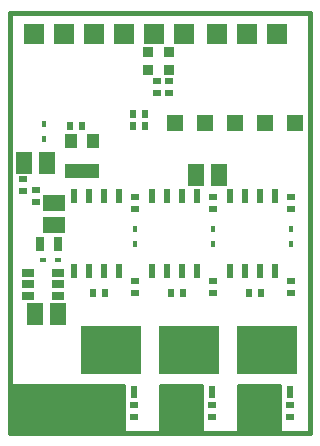
<source format=gts>
G04 (created by PCBNEW-RS274X (2012-01-19 BZR 3256)-stable) date 9/11/2012 4:45:41 AM*
G01*
G70*
G90*
%MOIN*%
G04 Gerber Fmt 3.4, Leading zero omitted, Abs format*
%FSLAX34Y34*%
G04 APERTURE LIST*
%ADD10C,0.001000*%
%ADD11C,0.015000*%
%ADD12R,0.052000X0.052000*%
%ADD13R,0.070000X0.070000*%
%ADD14R,0.040000X0.050000*%
%ADD15R,0.055000X0.075000*%
%ADD16R,0.075000X0.055000*%
%ADD17R,0.021700X0.017700*%
%ADD18R,0.017700X0.021700*%
%ADD19R,0.027000X0.047000*%
%ADD20R,0.022000X0.047000*%
%ADD21R,0.041400X0.029600*%
%ADD22R,0.033000X0.033000*%
%ADD23R,0.198900X0.163400*%
%ADD24R,0.021700X0.043300*%
%ADD25R,0.027000X0.022000*%
%ADD26R,0.022000X0.027000*%
%ADD27C,0.010000*%
G04 APERTURE END LIST*
G54D10*
G54D11*
X44016Y-40961D02*
X44016Y-54961D01*
X54016Y-40961D02*
X44016Y-40961D01*
X54016Y-54961D02*
X54016Y-40961D01*
X44016Y-54961D02*
X54016Y-54961D01*
G54D12*
X53516Y-44611D03*
X52516Y-44611D03*
X51516Y-44611D03*
X50516Y-44611D03*
X49516Y-44611D03*
G54D13*
X49816Y-41661D03*
X48816Y-41661D03*
X47816Y-41661D03*
X46816Y-41661D03*
X45816Y-41661D03*
X44816Y-41661D03*
X50916Y-41661D03*
X51916Y-41661D03*
X52916Y-41661D03*
G54D14*
X46041Y-46211D03*
X46791Y-46211D03*
X46041Y-45211D03*
X46416Y-46211D03*
X46791Y-45211D03*
G54D15*
X50221Y-46361D03*
X50971Y-46361D03*
X45241Y-45961D03*
X44491Y-45961D03*
G54D16*
X45496Y-48036D03*
X45496Y-47286D03*
G54D15*
X45611Y-50981D03*
X44861Y-50981D03*
G54D17*
X45120Y-49181D03*
X45632Y-49181D03*
G54D18*
X53400Y-48144D03*
X53400Y-48656D03*
X50800Y-48144D03*
X50800Y-48656D03*
X48200Y-48144D03*
X48200Y-48656D03*
X45166Y-44655D03*
X45166Y-45167D03*
G54D19*
X45036Y-48641D03*
X45636Y-48641D03*
G54D20*
X47650Y-49550D03*
X47150Y-49550D03*
X46650Y-49550D03*
X46150Y-49550D03*
X46150Y-47050D03*
X46650Y-47050D03*
X47150Y-47050D03*
X47650Y-47050D03*
X50250Y-49550D03*
X49750Y-49550D03*
X49250Y-49550D03*
X48750Y-49550D03*
X48750Y-47050D03*
X49250Y-47050D03*
X49750Y-47050D03*
X50250Y-47050D03*
X52850Y-49550D03*
X52350Y-49550D03*
X51850Y-49550D03*
X51350Y-49550D03*
X51350Y-47050D03*
X51850Y-47050D03*
X52350Y-47050D03*
X52850Y-47050D03*
G54D21*
X45616Y-49626D03*
X45616Y-50001D03*
X45616Y-50376D03*
X44616Y-50376D03*
X44616Y-50001D03*
X44616Y-49626D03*
G54D22*
X49316Y-42861D03*
X49316Y-42261D03*
X48616Y-42861D03*
X48616Y-42261D03*
G54D23*
X47400Y-52200D03*
G54D24*
X46652Y-53598D03*
X47144Y-53598D03*
X47656Y-53598D03*
X48148Y-53598D03*
G54D23*
X50000Y-52200D03*
G54D24*
X49252Y-53598D03*
X49744Y-53598D03*
X50256Y-53598D03*
X50748Y-53598D03*
G54D23*
X52600Y-52200D03*
G54D24*
X51852Y-53598D03*
X52344Y-53598D03*
X52856Y-53598D03*
X53348Y-53598D03*
G54D25*
X50800Y-47500D03*
X50800Y-47100D03*
X44456Y-46901D03*
X44456Y-46501D03*
X44896Y-47241D03*
X44896Y-46841D03*
G54D26*
X48116Y-44311D03*
X48516Y-44311D03*
G54D25*
X49316Y-43211D03*
X49316Y-43611D03*
X48916Y-43211D03*
X48916Y-43611D03*
G54D26*
X48116Y-44711D03*
X48516Y-44711D03*
G54D25*
X53400Y-47500D03*
X53400Y-47100D03*
X48200Y-47500D03*
X48200Y-47100D03*
X53400Y-50300D03*
X53400Y-49900D03*
X53366Y-54011D03*
X53366Y-54411D03*
X50800Y-50300D03*
X50800Y-49900D03*
X50766Y-54011D03*
X50766Y-54411D03*
X48200Y-50300D03*
X48200Y-49900D03*
X48166Y-54011D03*
X48166Y-54411D03*
G54D26*
X46016Y-44711D03*
X46416Y-44711D03*
X47200Y-50300D03*
X46800Y-50300D03*
X49800Y-50300D03*
X49400Y-50300D03*
X52400Y-50300D03*
X52000Y-50300D03*
G54D10*
G36*
X47816Y-54961D02*
X47816Y-53361D01*
X44016Y-53361D01*
X44016Y-54961D01*
X47816Y-54961D01*
X47816Y-54961D01*
G37*
G54D27*
X47816Y-54961D02*
X47816Y-53361D01*
X44016Y-53361D01*
X44016Y-54961D01*
X47816Y-54961D01*
G54D10*
G36*
X50416Y-54961D02*
X50416Y-53361D01*
X49016Y-53361D01*
X49016Y-54961D01*
X50416Y-54961D01*
X50416Y-54961D01*
G37*
G54D27*
X50416Y-54961D02*
X50416Y-53361D01*
X49016Y-53361D01*
X49016Y-54961D01*
X50416Y-54961D01*
G54D10*
G36*
X53016Y-54961D02*
X53016Y-53361D01*
X51616Y-53361D01*
X51616Y-54961D01*
X53016Y-54961D01*
X53016Y-54961D01*
G37*
G54D27*
X53016Y-54961D02*
X53016Y-53361D01*
X51616Y-53361D01*
X51616Y-54961D01*
X53016Y-54961D01*
M02*

</source>
